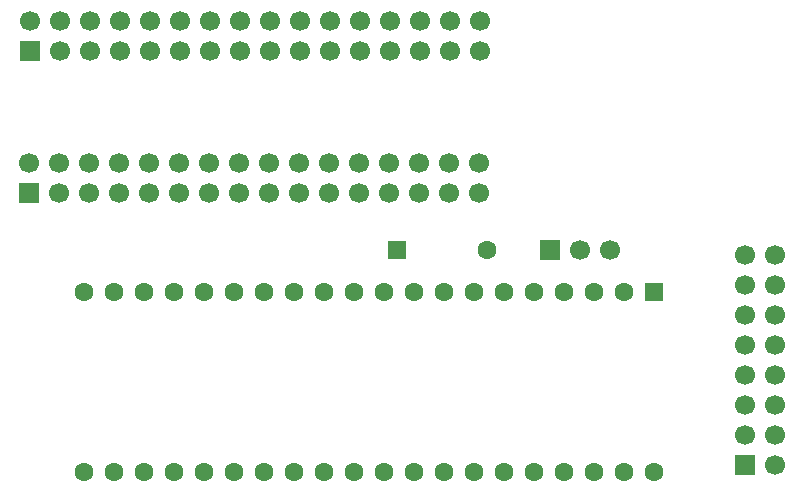
<source format=gbr>
%TF.GenerationSoftware,KiCad,Pcbnew,9.0.3*%
%TF.CreationDate,2025-09-22T10:34:38-04:00*%
%TF.ProjectId,6502-interposer,36353032-2d69-46e7-9465-72706f736572,rev?*%
%TF.SameCoordinates,Original*%
%TF.FileFunction,Soldermask,Bot*%
%TF.FilePolarity,Negative*%
%FSLAX46Y46*%
G04 Gerber Fmt 4.6, Leading zero omitted, Abs format (unit mm)*
G04 Created by KiCad (PCBNEW 9.0.3) date 2025-09-22 10:34:38*
%MOMM*%
%LPD*%
G01*
G04 APERTURE LIST*
G04 Aperture macros list*
%AMRoundRect*
0 Rectangle with rounded corners*
0 $1 Rounding radius*
0 $2 $3 $4 $5 $6 $7 $8 $9 X,Y pos of 4 corners*
0 Add a 4 corners polygon primitive as box body*
4,1,4,$2,$3,$4,$5,$6,$7,$8,$9,$2,$3,0*
0 Add four circle primitives for the rounded corners*
1,1,$1+$1,$2,$3*
1,1,$1+$1,$4,$5*
1,1,$1+$1,$6,$7*
1,1,$1+$1,$8,$9*
0 Add four rect primitives between the rounded corners*
20,1,$1+$1,$2,$3,$4,$5,0*
20,1,$1+$1,$4,$5,$6,$7,0*
20,1,$1+$1,$6,$7,$8,$9,0*
20,1,$1+$1,$8,$9,$2,$3,0*%
G04 Aperture macros list end*
%ADD10RoundRect,0.250000X-0.550000X-0.550000X0.550000X-0.550000X0.550000X0.550000X-0.550000X0.550000X0*%
%ADD11C,1.600000*%
%ADD12R,1.700000X1.700000*%
%ADD13C,1.700000*%
%ADD14RoundRect,0.250000X-0.550000X0.550000X-0.550000X-0.550000X0.550000X-0.550000X0.550000X0.550000X0*%
G04 APERTURE END LIST*
D10*
%TO.C,D1*%
X78690000Y-61000000D03*
D11*
X86310000Y-61000000D03*
%TD*%
D12*
%TO.C,J2*%
X47660000Y-44140000D03*
D13*
X50200000Y-44140000D03*
X52740000Y-44140000D03*
X55280000Y-44140000D03*
X57820000Y-44140000D03*
X60360000Y-44140000D03*
X62900000Y-44140000D03*
X65440000Y-44140000D03*
X67980000Y-44140000D03*
X70520000Y-44140000D03*
X73060000Y-44140000D03*
X75600000Y-44140000D03*
X78140000Y-44140000D03*
X80680000Y-44140000D03*
X83220000Y-44140000D03*
X85760000Y-44140000D03*
X85760000Y-41600000D03*
X83220000Y-41600000D03*
X80680000Y-41600000D03*
X78140000Y-41600000D03*
X75600000Y-41600000D03*
X73060000Y-41600000D03*
X70520000Y-41600000D03*
X67980000Y-41600000D03*
X65440000Y-41600000D03*
X62900000Y-41600000D03*
X60360000Y-41600000D03*
X57820000Y-41600000D03*
X55280000Y-41600000D03*
X52740000Y-41600000D03*
X50200000Y-41600000D03*
X47660000Y-41600000D03*
%TD*%
D12*
%TO.C,JP1*%
X91670000Y-61000000D03*
D13*
X94210000Y-61000000D03*
X96750000Y-61000000D03*
%TD*%
D14*
%TO.C,U1*%
X100500000Y-64510000D03*
D11*
X97960000Y-64510000D03*
X95420000Y-64510000D03*
X92880000Y-64510000D03*
X90340000Y-64510000D03*
X87800000Y-64510000D03*
X85260000Y-64510000D03*
X82720000Y-64510000D03*
X80180000Y-64510000D03*
X77640000Y-64510000D03*
X75100000Y-64510000D03*
X72560000Y-64510000D03*
X70020000Y-64510000D03*
X67480000Y-64510000D03*
X64940000Y-64510000D03*
X62400000Y-64510000D03*
X59860000Y-64510000D03*
X57320000Y-64510000D03*
X54780000Y-64510000D03*
X52240000Y-64510000D03*
X52240000Y-79750000D03*
X54780000Y-79750000D03*
X57320000Y-79750000D03*
X59860000Y-79750000D03*
X62400000Y-79750000D03*
X64940000Y-79750000D03*
X67480000Y-79750000D03*
X70020000Y-79750000D03*
X72560000Y-79750000D03*
X75100000Y-79750000D03*
X77640000Y-79750000D03*
X80180000Y-79750000D03*
X82720000Y-79750000D03*
X85260000Y-79750000D03*
X87800000Y-79750000D03*
X90340000Y-79750000D03*
X92880000Y-79750000D03*
X95420000Y-79750000D03*
X97960000Y-79750000D03*
X100500000Y-79750000D03*
%TD*%
D12*
%TO.C,J3*%
X108210000Y-79200000D03*
D13*
X110750000Y-79200000D03*
X108210000Y-76660000D03*
X110750000Y-76660000D03*
X108210000Y-74120000D03*
X110750000Y-74120000D03*
X108210000Y-71580000D03*
X110750000Y-71580000D03*
X108210000Y-69040000D03*
X110750000Y-69040000D03*
X108210000Y-66500000D03*
X110750000Y-66500000D03*
X108210000Y-63960000D03*
X110750000Y-63960000D03*
X108210000Y-61420000D03*
X110750000Y-61420000D03*
%TD*%
D12*
%TO.C,J1*%
X47580000Y-56140000D03*
D13*
X50120000Y-56140000D03*
X52660000Y-56140000D03*
X55200000Y-56140000D03*
X57740000Y-56140000D03*
X60280000Y-56140000D03*
X62820000Y-56140000D03*
X65360000Y-56140000D03*
X67900000Y-56140000D03*
X70440000Y-56140000D03*
X72980000Y-56140000D03*
X75520000Y-56140000D03*
X78060000Y-56140000D03*
X80600000Y-56140000D03*
X83140000Y-56140000D03*
X85680000Y-56140000D03*
X85680000Y-53600000D03*
X83140000Y-53600000D03*
X80600000Y-53600000D03*
X78060000Y-53600000D03*
X75520000Y-53600000D03*
X72980000Y-53600000D03*
X70440000Y-53600000D03*
X67900000Y-53600000D03*
X65360000Y-53600000D03*
X62820000Y-53600000D03*
X60280000Y-53600000D03*
X57740000Y-53600000D03*
X55200000Y-53600000D03*
X52660000Y-53600000D03*
X50120000Y-53600000D03*
X47580000Y-53600000D03*
%TD*%
M02*

</source>
